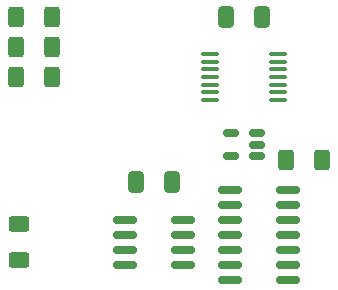
<source format=gtp>
%TF.GenerationSoftware,KiCad,Pcbnew,(6.0.0-0)*%
%TF.CreationDate,2023-01-27T15:23:15+00:00*%
%TF.ProjectId,Userport RTC,55736572-706f-4727-9420-5254432e6b69,rev?*%
%TF.SameCoordinates,Original*%
%TF.FileFunction,Paste,Top*%
%TF.FilePolarity,Positive*%
%FSLAX46Y46*%
G04 Gerber Fmt 4.6, Leading zero omitted, Abs format (unit mm)*
G04 Created by KiCad (PCBNEW (6.0.0-0)) date 2023-01-27 15:23:15*
%MOMM*%
%LPD*%
G01*
G04 APERTURE LIST*
G04 Aperture macros list*
%AMRoundRect*
0 Rectangle with rounded corners*
0 $1 Rounding radius*
0 $2 $3 $4 $5 $6 $7 $8 $9 X,Y pos of 4 corners*
0 Add a 4 corners polygon primitive as box body*
4,1,4,$2,$3,$4,$5,$6,$7,$8,$9,$2,$3,0*
0 Add four circle primitives for the rounded corners*
1,1,$1+$1,$2,$3*
1,1,$1+$1,$4,$5*
1,1,$1+$1,$6,$7*
1,1,$1+$1,$8,$9*
0 Add four rect primitives between the rounded corners*
20,1,$1+$1,$2,$3,$4,$5,0*
20,1,$1+$1,$4,$5,$6,$7,0*
20,1,$1+$1,$6,$7,$8,$9,0*
20,1,$1+$1,$8,$9,$2,$3,0*%
G04 Aperture macros list end*
%ADD10RoundRect,0.150000X-0.825000X-0.150000X0.825000X-0.150000X0.825000X0.150000X-0.825000X0.150000X0*%
%ADD11RoundRect,0.250000X0.625000X-0.400000X0.625000X0.400000X-0.625000X0.400000X-0.625000X-0.400000X0*%
%ADD12RoundRect,0.150000X0.512500X0.150000X-0.512500X0.150000X-0.512500X-0.150000X0.512500X-0.150000X0*%
%ADD13RoundRect,0.250000X0.412500X0.650000X-0.412500X0.650000X-0.412500X-0.650000X0.412500X-0.650000X0*%
%ADD14RoundRect,0.100000X-0.637500X-0.100000X0.637500X-0.100000X0.637500X0.100000X-0.637500X0.100000X0*%
%ADD15RoundRect,0.250000X-0.400000X-0.625000X0.400000X-0.625000X0.400000X0.625000X-0.400000X0.625000X0*%
G04 APERTURE END LIST*
D10*
X134685000Y-94615000D03*
X134685000Y-95885000D03*
X134685000Y-97155000D03*
X134685000Y-98425000D03*
X139635000Y-98425000D03*
X139635000Y-97155000D03*
X139635000Y-95885000D03*
X139635000Y-94615000D03*
D11*
X125730000Y-98070000D03*
X125730000Y-94970000D03*
D12*
X145917500Y-89215000D03*
X145917500Y-88265000D03*
X145917500Y-87315000D03*
X143642500Y-87315000D03*
X143642500Y-89215000D03*
D13*
X146342500Y-77470000D03*
X143217500Y-77470000D03*
D14*
X141917500Y-80600000D03*
X141917500Y-81250000D03*
X141917500Y-81900000D03*
X141917500Y-82550000D03*
X141917500Y-83200000D03*
X141917500Y-83850000D03*
X141917500Y-84500000D03*
X147642500Y-84500000D03*
X147642500Y-83850000D03*
X147642500Y-83200000D03*
X147642500Y-82550000D03*
X147642500Y-81900000D03*
X147642500Y-81250000D03*
X147642500Y-80600000D03*
D10*
X143575000Y-92075000D03*
X143575000Y-93345000D03*
X143575000Y-94615000D03*
X143575000Y-95885000D03*
X143575000Y-97155000D03*
X143575000Y-98425000D03*
X143575000Y-99695000D03*
X148525000Y-99695000D03*
X148525000Y-98425000D03*
X148525000Y-97155000D03*
X148525000Y-95885000D03*
X148525000Y-94615000D03*
X148525000Y-93345000D03*
X148525000Y-92075000D03*
D15*
X125450000Y-80010000D03*
X128550000Y-80010000D03*
X125450000Y-77470000D03*
X128550000Y-77470000D03*
D13*
X138722500Y-91440000D03*
X135597500Y-91440000D03*
D15*
X125450000Y-82550000D03*
X128550000Y-82550000D03*
X148310000Y-89535000D03*
X151410000Y-89535000D03*
M02*

</source>
